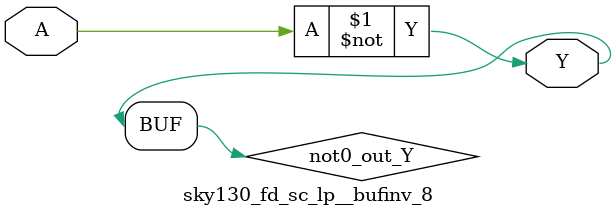
<source format=v>
/*
 * Copyright 2020 The SkyWater PDK Authors
 *
 * Licensed under the Apache License, Version 2.0 (the "License");
 * you may not use this file except in compliance with the License.
 * You may obtain a copy of the License at
 *
 *     https://www.apache.org/licenses/LICENSE-2.0
 *
 * Unless required by applicable law or agreed to in writing, software
 * distributed under the License is distributed on an "AS IS" BASIS,
 * WITHOUT WARRANTIES OR CONDITIONS OF ANY KIND, either express or implied.
 * See the License for the specific language governing permissions and
 * limitations under the License.
 *
 * SPDX-License-Identifier: Apache-2.0
*/


`ifndef SKY130_FD_SC_LP__BUFINV_8_FUNCTIONAL_V
`define SKY130_FD_SC_LP__BUFINV_8_FUNCTIONAL_V

/**
 * bufinv: Buffer followed by inverter.
 *
 * Verilog simulation functional model.
 */

`timescale 1ns / 1ps
`default_nettype none

`celldefine
module sky130_fd_sc_lp__bufinv_8 (
    Y,
    A
);

    // Module ports
    output Y;
    input  A;

    // Local signals
    wire not0_out_Y;

    //  Name  Output      Other arguments
    not not0 (not0_out_Y, A              );
    buf buf0 (Y         , not0_out_Y     );

endmodule
`endcelldefine

`default_nettype wire
`endif  // SKY130_FD_SC_LP__BUFINV_8_FUNCTIONAL_V

</source>
